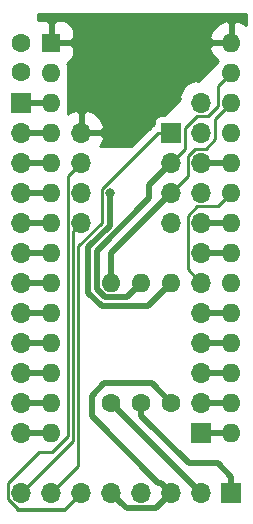
<source format=gbr>
G04 #@! TF.GenerationSoftware,KiCad,Pcbnew,(5.1.2)-1*
G04 #@! TF.CreationDate,2019-07-14T14:04:16+02:00*
G04 #@! TF.ProjectId,C64-Switchless-Quad-Kernal-Switcher,4336342d-5377-4697-9463-686c6573732d,1.20*
G04 #@! TF.SameCoordinates,Original*
G04 #@! TF.FileFunction,Copper,L1,Top*
G04 #@! TF.FilePolarity,Positive*
%FSLAX46Y46*%
G04 Gerber Fmt 4.6, Leading zero omitted, Abs format (unit mm)*
G04 Created by KiCad (PCBNEW (5.1.2)-1) date 2019-07-14 14:04:16*
%MOMM*%
%LPD*%
G04 APERTURE LIST*
%ADD10O,1.700000X1.700000*%
%ADD11R,1.700000X1.700000*%
%ADD12R,1.600000X1.600000*%
%ADD13O,1.600000X1.600000*%
%ADD14C,1.600000*%
%ADD15C,0.800000*%
%ADD16C,0.500000*%
%ADD17C,0.250000*%
%ADD18C,0.254000*%
G04 APERTURE END LIST*
D10*
X109220000Y-66040000D03*
X116840000Y-73660000D03*
X109220000Y-68580000D03*
X116840000Y-71120000D03*
X109220000Y-71120000D03*
X116840000Y-68580000D03*
X109220000Y-73660000D03*
D11*
X116840000Y-66040000D03*
D12*
X106680000Y-58420000D03*
D13*
X121920000Y-91440000D03*
X106680000Y-60960000D03*
X121920000Y-88900000D03*
X106680000Y-63500000D03*
X121920000Y-86360000D03*
X106680000Y-66040000D03*
X121920000Y-83820000D03*
X106680000Y-68580000D03*
X121920000Y-81280000D03*
X106680000Y-71120000D03*
X121920000Y-78740000D03*
X106680000Y-73660000D03*
X121920000Y-76200000D03*
X106680000Y-76200000D03*
X121920000Y-73660000D03*
X106680000Y-78740000D03*
X121920000Y-71120000D03*
X106680000Y-81280000D03*
X121920000Y-68580000D03*
X106680000Y-83820000D03*
X121920000Y-66040000D03*
X106680000Y-86360000D03*
X121920000Y-63500000D03*
X106680000Y-88900000D03*
X121920000Y-60960000D03*
X106680000Y-91440000D03*
X121920000Y-58420000D03*
D14*
X104140000Y-58420000D03*
X104140000Y-60920000D03*
D11*
X104140000Y-63500000D03*
D10*
X104140000Y-66040000D03*
X104140000Y-68580000D03*
X104140000Y-71120000D03*
X104140000Y-73660000D03*
X104140000Y-76200000D03*
X104140000Y-78740000D03*
X104140000Y-81280000D03*
X104140000Y-83820000D03*
X104140000Y-86360000D03*
X104140000Y-88900000D03*
X104140000Y-91440000D03*
X119380000Y-63500000D03*
X119380000Y-66040000D03*
X119380000Y-68580000D03*
X119380000Y-71120000D03*
X119380000Y-73660000D03*
X119380000Y-76200000D03*
X119380000Y-78740000D03*
X119380000Y-81280000D03*
X119380000Y-83820000D03*
X119380000Y-86360000D03*
X119380000Y-88900000D03*
D11*
X119380000Y-91440000D03*
X121920000Y-96520000D03*
D10*
X119380000Y-96520000D03*
X116840000Y-96520000D03*
X114300000Y-96520000D03*
X111760000Y-96520000D03*
X109220000Y-96520000D03*
X106680000Y-96520000D03*
X104140000Y-96520000D03*
D14*
X114300000Y-88900000D03*
D13*
X114300000Y-78740000D03*
X111760000Y-78740000D03*
D14*
X111760000Y-88900000D03*
X116840000Y-88900000D03*
D13*
X116840000Y-78740000D03*
D15*
X111663480Y-71127620D03*
D16*
X104140000Y-91440000D02*
X106680000Y-91440000D01*
X104140000Y-63500000D02*
X106680000Y-63500000D01*
X104140000Y-66040000D02*
X106680000Y-66040000D01*
X104140000Y-68580000D02*
X106680000Y-68580000D01*
X104140000Y-71120000D02*
X106680000Y-71120000D01*
X104140000Y-73660000D02*
X106680000Y-73660000D01*
X104140000Y-76200000D02*
X106680000Y-76200000D01*
X104140000Y-78740000D02*
X106680000Y-78740000D01*
X104140000Y-81280000D02*
X106680000Y-81280000D01*
X106680000Y-83820000D02*
X104140000Y-83820000D01*
X104140000Y-86360000D02*
X106680000Y-86360000D01*
X106680000Y-88900000D02*
X104140000Y-88900000D01*
X119380000Y-68580000D02*
X121920000Y-68580000D01*
X119380000Y-73660000D02*
X121920000Y-73660000D01*
X119380000Y-76200000D02*
X121920000Y-76200000D01*
D17*
X121120001Y-71919999D02*
X121920000Y-71120000D01*
X120744999Y-72295001D02*
X121120001Y-71919999D01*
X119005997Y-72295001D02*
X120744999Y-72295001D01*
X118204999Y-73095999D02*
X119005997Y-72295001D01*
X118204999Y-77564999D02*
X118204999Y-73095999D01*
X119380000Y-78740000D02*
X118204999Y-77564999D01*
D16*
X121920000Y-81280000D02*
X119380000Y-81280000D01*
X121920000Y-83820000D02*
X119380000Y-83820000D01*
X119380000Y-86360000D02*
X121920000Y-86360000D01*
X121920000Y-88900000D02*
X119380000Y-88900000D01*
X119380000Y-91440000D02*
X121920000Y-91440000D01*
D17*
X121120001Y-64299999D02*
X121920000Y-63500000D01*
X120555001Y-64864999D02*
X121120001Y-64299999D01*
X120555001Y-66604001D02*
X120555001Y-64864999D01*
X119754003Y-67404999D02*
X120555001Y-66604001D01*
X118815999Y-67404999D02*
X119754003Y-67404999D01*
X118204999Y-68015999D02*
X118815999Y-67404999D01*
X118204999Y-69755001D02*
X118204999Y-68015999D01*
X116840000Y-71120000D02*
X118204999Y-69755001D01*
D16*
X111760000Y-76200000D02*
X111760000Y-78740000D01*
X116840000Y-71120000D02*
X111760000Y-76200000D01*
D17*
X121120001Y-61759999D02*
X121920000Y-60960000D01*
X120794999Y-62085001D02*
X121120001Y-61759999D01*
X120794999Y-63824003D02*
X120794999Y-62085001D01*
X119944001Y-64675001D02*
X120794999Y-63824003D01*
X119005997Y-64675001D02*
X119944001Y-64675001D01*
X118015001Y-65665997D02*
X119005997Y-64675001D01*
X118015001Y-67404999D02*
X118015001Y-65665997D01*
X116840000Y-68580000D02*
X118015001Y-67404999D01*
D16*
X116840000Y-68580000D02*
X114975640Y-70444360D01*
X114975640Y-70444360D02*
X114975640Y-71585456D01*
X114975640Y-71585456D02*
X110509999Y-76051097D01*
X110509999Y-76051097D02*
X110509999Y-79294035D01*
X110509999Y-79294035D02*
X111205965Y-79990001D01*
X113049999Y-79990001D02*
X114300000Y-78740000D01*
X111205965Y-79990001D02*
X113049999Y-79990001D01*
D17*
X108495009Y-92164991D02*
X108495009Y-74384991D01*
X104140000Y-96520000D02*
X108495009Y-92164991D01*
X108495009Y-74384991D02*
X109220000Y-73660000D01*
X109220000Y-96520000D02*
X107807760Y-97932240D01*
X103813238Y-97932240D02*
X102964999Y-97084001D01*
X107807760Y-97932240D02*
X103813238Y-97932240D01*
X109220000Y-96520000D02*
X107741720Y-97998280D01*
X107741720Y-97998280D02*
X103879278Y-97998280D01*
X103879278Y-97998280D02*
X102964999Y-97084001D01*
X108044999Y-69755001D02*
X108370001Y-69429999D01*
X105595420Y-93078300D02*
X106706702Y-93078300D01*
X106706702Y-93078300D02*
X108044999Y-91740003D01*
X102964999Y-97084001D02*
X102964999Y-95708721D01*
X102964999Y-95708721D02*
X105595420Y-93078300D01*
X108044999Y-91740003D02*
X108044999Y-69755001D01*
X108370001Y-69429999D02*
X109220000Y-68580000D01*
X115740000Y-66040000D02*
X116840000Y-66040000D01*
X110938478Y-70779618D02*
X115678096Y-66040000D01*
X115678096Y-66040000D02*
X115740000Y-66040000D01*
X110938478Y-73680524D02*
X110938478Y-70779618D01*
X108945020Y-75673982D02*
X110938478Y-73680524D01*
X108945020Y-94254980D02*
X108945020Y-75673982D01*
X106680000Y-96520000D02*
X108945020Y-94254980D01*
D16*
X115990001Y-95670001D02*
X115685201Y-95670001D01*
X116840000Y-96520000D02*
X115990001Y-95670001D01*
X115685201Y-95670001D02*
X110083600Y-90068400D01*
X110083600Y-90068400D02*
X110083600Y-88315800D01*
X110083600Y-88315800D02*
X111125000Y-87274400D01*
X115214400Y-87274400D02*
X116840000Y-88900000D01*
X111125000Y-87274400D02*
X115214400Y-87274400D01*
X112609999Y-97369999D02*
X111760000Y-96520000D01*
X113060001Y-97820001D02*
X112609999Y-97369999D01*
X115539999Y-97820001D02*
X113060001Y-97820001D01*
X116840000Y-96520000D02*
X115539999Y-97820001D01*
X119380000Y-96520000D02*
X111760000Y-88900000D01*
X121920000Y-95170000D02*
X120806200Y-94056200D01*
X121920000Y-96520000D02*
X121920000Y-95170000D01*
X120806200Y-94056200D02*
X118313200Y-94056200D01*
X114300000Y-90043000D02*
X114300000Y-88900000D01*
X118313200Y-94056200D02*
X114300000Y-90043000D01*
X114856260Y-80723740D02*
X110949740Y-80723740D01*
X110949740Y-80723740D02*
X109809988Y-79583989D01*
X109809988Y-79583989D02*
X109809988Y-75761144D01*
X109809988Y-75761144D02*
X111663480Y-73907652D01*
X111663480Y-71693305D02*
X111663480Y-71127620D01*
X111663480Y-73907652D02*
X111663480Y-71693305D01*
X116840000Y-78740000D02*
X114856260Y-80723740D01*
D18*
G36*
X123165000Y-56961286D02*
G01*
X123032953Y-56846888D01*
X122704669Y-56659989D01*
X122346231Y-56540726D01*
X122047000Y-56778936D01*
X122047000Y-58293000D01*
X122067000Y-58293000D01*
X122067000Y-58547000D01*
X122047000Y-58547000D01*
X122047000Y-58567000D01*
X121793000Y-58567000D01*
X121793000Y-58547000D01*
X120279659Y-58547000D01*
X120040730Y-58846230D01*
X120120638Y-59109672D01*
X120289761Y-59447458D01*
X120521533Y-59745759D01*
X120804494Y-59990900D01*
X119272394Y-61523000D01*
X119252998Y-61523000D01*
X119252998Y-61542396D01*
X119102789Y-61692605D01*
X118945931Y-61571237D01*
X118577989Y-61692980D01*
X118240867Y-61884166D01*
X117947522Y-62137448D01*
X117709226Y-62443092D01*
X117535137Y-62789352D01*
X117451240Y-63065931D01*
X117572803Y-63222591D01*
X117422396Y-63372998D01*
X117403000Y-63372998D01*
X117403000Y-63392394D01*
X116243466Y-64551928D01*
X115990000Y-64551928D01*
X115865518Y-64564188D01*
X115745820Y-64600498D01*
X115635506Y-64659463D01*
X115538815Y-64738815D01*
X115459463Y-64835506D01*
X115400498Y-64945820D01*
X115364188Y-65065518D01*
X115351928Y-65190000D01*
X115351928Y-65352585D01*
X115253819Y-65405026D01*
X115217295Y-65435001D01*
X115138095Y-65499999D01*
X115114297Y-65528997D01*
X113460294Y-67183000D01*
X110823652Y-67183000D01*
X110890774Y-67096908D01*
X111064863Y-66750648D01*
X111148760Y-66474069D01*
X110910486Y-66167000D01*
X109347000Y-66167000D01*
X109347000Y-66187000D01*
X109093000Y-66187000D01*
X109093000Y-66167000D01*
X109073000Y-66167000D01*
X109073000Y-65913000D01*
X109093000Y-65913000D01*
X109093000Y-64348830D01*
X109347000Y-64348830D01*
X109347000Y-65913000D01*
X110910486Y-65913000D01*
X111148760Y-65605931D01*
X111064863Y-65329352D01*
X110890774Y-64983092D01*
X110652478Y-64677448D01*
X110359133Y-64424166D01*
X110022011Y-64232980D01*
X109654069Y-64111237D01*
X109347000Y-64348830D01*
X109093000Y-64348830D01*
X108785931Y-64111237D01*
X108417989Y-64232980D01*
X108080867Y-64424166D01*
X108077000Y-64427505D01*
X108077000Y-63838129D01*
X108094236Y-63781309D01*
X108121943Y-63500000D01*
X108094236Y-63218691D01*
X108077000Y-63161871D01*
X108077000Y-61298129D01*
X108094236Y-61241309D01*
X108121943Y-60960000D01*
X108094236Y-60678691D01*
X108077000Y-60621871D01*
X108077000Y-60325000D01*
X108074560Y-60300224D01*
X108067333Y-60276399D01*
X108055597Y-60254443D01*
X108039803Y-60235197D01*
X108020557Y-60219403D01*
X108010786Y-60214180D01*
X108109157Y-60161600D01*
X108280765Y-60020765D01*
X108421600Y-59849157D01*
X108526250Y-59653371D01*
X108590693Y-59440931D01*
X108612453Y-59220000D01*
X108607000Y-58828750D01*
X108325250Y-58547000D01*
X106807000Y-58547000D01*
X106807000Y-58567000D01*
X106553000Y-58567000D01*
X106553000Y-58547000D01*
X106533000Y-58547000D01*
X106533000Y-58293000D01*
X106553000Y-58293000D01*
X106553000Y-56774750D01*
X106807000Y-56774750D01*
X106807000Y-58293000D01*
X108325250Y-58293000D01*
X108607000Y-58011250D01*
X108607243Y-57993770D01*
X120040730Y-57993770D01*
X120279659Y-58293000D01*
X121793000Y-58293000D01*
X121793000Y-56778936D01*
X121493769Y-56540726D01*
X121135331Y-56659989D01*
X120807047Y-56846888D01*
X120521533Y-57094241D01*
X120289761Y-57392542D01*
X120120638Y-57730328D01*
X120040730Y-57993770D01*
X108607243Y-57993770D01*
X108612453Y-57620000D01*
X108590693Y-57399069D01*
X108526250Y-57186629D01*
X108421600Y-56990843D01*
X108280765Y-56819235D01*
X108109157Y-56678400D01*
X107913371Y-56573750D01*
X107700931Y-56509307D01*
X107480000Y-56487547D01*
X107088750Y-56493000D01*
X106807000Y-56774750D01*
X106553000Y-56774750D01*
X106271250Y-56493000D01*
X105880000Y-56487547D01*
X105659069Y-56509307D01*
X105537000Y-56546336D01*
X105537000Y-56007000D01*
X123165000Y-56007000D01*
X123165000Y-56961286D01*
X123165000Y-56961286D01*
G37*
X123165000Y-56961286D02*
X123032953Y-56846888D01*
X122704669Y-56659989D01*
X122346231Y-56540726D01*
X122047000Y-56778936D01*
X122047000Y-58293000D01*
X122067000Y-58293000D01*
X122067000Y-58547000D01*
X122047000Y-58547000D01*
X122047000Y-58567000D01*
X121793000Y-58567000D01*
X121793000Y-58547000D01*
X120279659Y-58547000D01*
X120040730Y-58846230D01*
X120120638Y-59109672D01*
X120289761Y-59447458D01*
X120521533Y-59745759D01*
X120804494Y-59990900D01*
X119272394Y-61523000D01*
X119252998Y-61523000D01*
X119252998Y-61542396D01*
X119102789Y-61692605D01*
X118945931Y-61571237D01*
X118577989Y-61692980D01*
X118240867Y-61884166D01*
X117947522Y-62137448D01*
X117709226Y-62443092D01*
X117535137Y-62789352D01*
X117451240Y-63065931D01*
X117572803Y-63222591D01*
X117422396Y-63372998D01*
X117403000Y-63372998D01*
X117403000Y-63392394D01*
X116243466Y-64551928D01*
X115990000Y-64551928D01*
X115865518Y-64564188D01*
X115745820Y-64600498D01*
X115635506Y-64659463D01*
X115538815Y-64738815D01*
X115459463Y-64835506D01*
X115400498Y-64945820D01*
X115364188Y-65065518D01*
X115351928Y-65190000D01*
X115351928Y-65352585D01*
X115253819Y-65405026D01*
X115217295Y-65435001D01*
X115138095Y-65499999D01*
X115114297Y-65528997D01*
X113460294Y-67183000D01*
X110823652Y-67183000D01*
X110890774Y-67096908D01*
X111064863Y-66750648D01*
X111148760Y-66474069D01*
X110910486Y-66167000D01*
X109347000Y-66167000D01*
X109347000Y-66187000D01*
X109093000Y-66187000D01*
X109093000Y-66167000D01*
X109073000Y-66167000D01*
X109073000Y-65913000D01*
X109093000Y-65913000D01*
X109093000Y-64348830D01*
X109347000Y-64348830D01*
X109347000Y-65913000D01*
X110910486Y-65913000D01*
X111148760Y-65605931D01*
X111064863Y-65329352D01*
X110890774Y-64983092D01*
X110652478Y-64677448D01*
X110359133Y-64424166D01*
X110022011Y-64232980D01*
X109654069Y-64111237D01*
X109347000Y-64348830D01*
X109093000Y-64348830D01*
X108785931Y-64111237D01*
X108417989Y-64232980D01*
X108080867Y-64424166D01*
X108077000Y-64427505D01*
X108077000Y-63838129D01*
X108094236Y-63781309D01*
X108121943Y-63500000D01*
X108094236Y-63218691D01*
X108077000Y-63161871D01*
X108077000Y-61298129D01*
X108094236Y-61241309D01*
X108121943Y-60960000D01*
X108094236Y-60678691D01*
X108077000Y-60621871D01*
X108077000Y-60325000D01*
X108074560Y-60300224D01*
X108067333Y-60276399D01*
X108055597Y-60254443D01*
X108039803Y-60235197D01*
X108020557Y-60219403D01*
X108010786Y-60214180D01*
X108109157Y-60161600D01*
X108280765Y-60020765D01*
X108421600Y-59849157D01*
X108526250Y-59653371D01*
X108590693Y-59440931D01*
X108612453Y-59220000D01*
X108607000Y-58828750D01*
X108325250Y-58547000D01*
X106807000Y-58547000D01*
X106807000Y-58567000D01*
X106553000Y-58567000D01*
X106553000Y-58547000D01*
X106533000Y-58547000D01*
X106533000Y-58293000D01*
X106553000Y-58293000D01*
X106553000Y-56774750D01*
X106807000Y-56774750D01*
X106807000Y-58293000D01*
X108325250Y-58293000D01*
X108607000Y-58011250D01*
X108607243Y-57993770D01*
X120040730Y-57993770D01*
X120279659Y-58293000D01*
X121793000Y-58293000D01*
X121793000Y-56778936D01*
X121493769Y-56540726D01*
X121135331Y-56659989D01*
X120807047Y-56846888D01*
X120521533Y-57094241D01*
X120289761Y-57392542D01*
X120120638Y-57730328D01*
X120040730Y-57993770D01*
X108607243Y-57993770D01*
X108612453Y-57620000D01*
X108590693Y-57399069D01*
X108526250Y-57186629D01*
X108421600Y-56990843D01*
X108280765Y-56819235D01*
X108109157Y-56678400D01*
X107913371Y-56573750D01*
X107700931Y-56509307D01*
X107480000Y-56487547D01*
X107088750Y-56493000D01*
X106807000Y-56774750D01*
X106553000Y-56774750D01*
X106271250Y-56493000D01*
X105880000Y-56487547D01*
X105659069Y-56509307D01*
X105537000Y-56546336D01*
X105537000Y-56007000D01*
X123165000Y-56007000D01*
X123165000Y-56961286D01*
M02*

</source>
